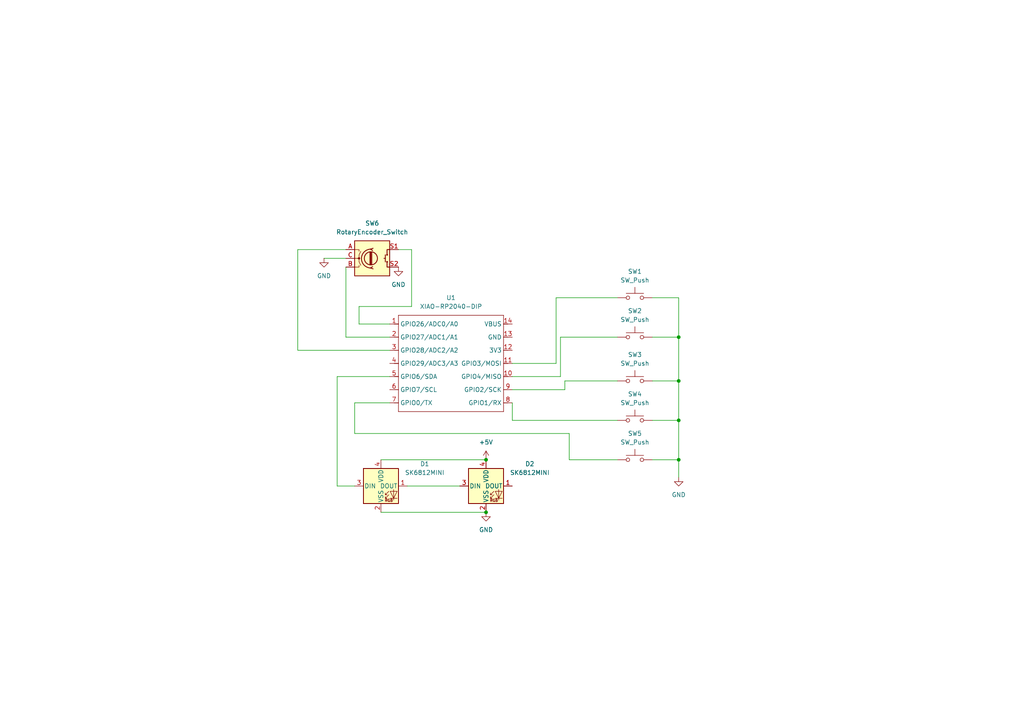
<source format=kicad_sch>
(kicad_sch (version 20250114) (generator "eeschema") (generator_version "9.0")
  (paper "A4")
  (lib_symbols
    (symbol "Device:RotaryEncoder_Switch" (pin_names (offset 0.254) (hide yes))
      (property "Reference" "SW" (at 0 6.604 0))
      (property "Value" "RotaryEncoder_Switch" (at 0 -6.604 0))
      (symbol "RotaryEncoder_Switch_0_1"
        (rectangle (start -5.08 5.08) (end 5.08 -5.08) (stroke (width 0.254)) (fill (type background)))
        (polyline (pts (xy -5.08 2.54) (xy -3.81 2.54) (xy -3.81 2.032)))
        (polyline (pts (xy -5.08 0) (xy -3.81 0) (xy -3.81 -1.016) (xy -3.302 -2.032)))
        (polyline (pts (xy -5.08 -2.54) (xy -3.81 -2.54) (xy -3.81 -2.032)))
        (polyline (pts (xy -4.318 0) (xy -3.81 0) (xy -3.81 1.016) (xy -3.302 2.032)))
        (circle (center -3.81 0) (radius 0.254) (fill (type outline)))
        (polyline (pts (xy -0.635 -1.778) (xy -0.635 1.778)) (stroke (width 0.254)))
        (circle (center -0.381 0) (radius 1.905) (stroke (width 0.254)))
        (polyline (pts (xy -0.381 -1.778) (xy -0.381 1.778)) (stroke (width 0.254)))
        (arc (start -0.381 -2.794) (mid -3.0988 -0.0635) (end -0.381 2.667) (stroke (width 0.254)))
        (polyline (pts (xy -0.127 1.778) (xy -0.127 -1.778)) (stroke (width 0.254)))
        (polyline (pts (xy 0.254 2.921) (xy -0.508 2.667) (xy 0.127 2.286)) (stroke (width 0.254)))
        (polyline (pts (xy 0.254 -3.048) (xy -0.508 -2.794) (xy 0.127 -2.413)) (stroke (width 0.254)))
        (polyline (pts (xy 3.81 1.016) (xy 3.81 -1.016)) (stroke (width 0.254)))
        (polyline (pts (xy 3.81 0) (xy 3.429 0)) (stroke (width 0.254)))
        (circle (center 4.318 1.016) (radius 0.127) (stroke (width 0.254)))
        (circle (center 4.318 -1.016) (radius 0.127) (stroke (width 0.254)))
        (polyline (pts (xy 5.08 2.54) (xy 4.318 2.54) (xy 4.318 1.016)) (stroke (width 0.254)))
        (polyline (pts (xy 5.08 -2.54) (xy 4.318 -2.54) (xy 4.318 -1.016)) (stroke (width 0.254)))
      )
      (symbol "RotaryEncoder_Switch_1_1"
        (pin passive line (at -7.62 2.54 0) (length 2.54) (name "A") (number "A"))
        (pin passive line (at -7.62 0 0) (length 2.54) (name "C") (number "C"))
        (pin passive line (at -7.62 -2.54 0) (length 2.54) (name "B") (number "B"))
        (pin passive line (at 7.62 2.54 180) (length 2.54) (name "S1") (number "S1"))
        (pin passive line (at 7.62 -2.54 180) (length 2.54) (name "S2") (number "S2"))
      )
    )
    (symbol "LED:SK6812MINI" (pin_names (offset 0.254))
      (property "Reference" "D" (at 5.08 5.715 0))
      (property "Value" "SK6812MINI" (at 1.27 -5.715 0))
      (symbol "SK6812MINI_0_0"
        (text "RGB" (at 2.286 -4.191 0) (effects (font (size 0.762 0.762))))
      )
      (symbol "SK6812MINI_0_1"
        (polyline (pts (xy 1.27 -2.54) (xy 1.778 -2.54)))
        (polyline (pts (xy 1.27 -3.556) (xy 1.778 -3.556)))
        (polyline (pts (xy 2.286 -1.524) (xy 1.27 -2.54) (xy 1.27 -2.032)))
        (polyline (pts (xy 2.286 -2.54) (xy 1.27 -3.556) (xy 1.27 -3.048)))
        (polyline (pts (xy 3.683 -1.016) (xy 3.683 -3.556) (xy 3.683 -4.064)))
        (polyline (pts (xy 4.699 -1.524) (xy 2.667 -1.524) (xy 3.683 -3.556) (xy 4.699 -1.524)))
        (polyline (pts (xy 4.699 -3.556) (xy 2.667 -3.556)))
        (rectangle (start 5.08 5.08) (end -5.08 -5.08) (stroke (width 0.254)) (fill (type background)))
      )
      (symbol "SK6812MINI_1_1"
        (pin input line (at -7.62 0 0) (length 2.54) (name "DIN") (number "3"))
        (pin power_in line (at 0 7.62 270) (length 2.54) (name "VDD") (number "4"))
        (pin power_in line (at 0 -7.62 90) (length 2.54) (name "VSS") (number "2"))
        (pin output line (at 7.62 0 180) (length 2.54) (name "DOUT") (number "1"))
      )
    )
    (symbol "Seeed_Studio_XIAO_Series:XIAO-RP2040-DIP"
      (property "Reference" "U" (at 0 0 0))
      (property "Value" "XIAO-RP2040-DIP" (at 5.334 -1.778 0))
      (symbol "XIAO-RP2040-DIP_1_0"
        (polyline (pts (xy -1.27 -2.54) (xy 29.21 -2.54)) (stroke (width 0.1524)))
        (polyline (pts (xy -1.27 -5.08) (xy -2.54 -5.08)) (stroke (width 0.1524)))
        (polyline (pts (xy -1.27 -5.08) (xy -1.27 -2.54)) (stroke (width 0.1524)))
        (polyline (pts (xy -1.27 -8.89) (xy -2.54 -8.89)) (stroke (width 0.1524)))
        (polyline (pts (xy -1.27 -8.89) (xy -1.27 -5.08)) (stroke (width 0.1524)))
        (polyline (pts (xy -1.27 -12.7) (xy -2.54 -12.7)) (stroke (width 0.1524)))
        (polyline (pts (xy -1.27 -12.7) (xy -1.27 -8.89)) (stroke (width 0.1524)))
        (polyline (pts (xy -1.27 -16.51) (xy -2.54 -16.51)) (stroke (width 0.1524)))
        (polyline (pts (xy -1.27 -16.51) (xy -1.27 -12.7)) (stroke (width 0.1524)))
        (polyline (pts (xy -1.27 -20.32) (xy -2.54 -20.32)) (stroke (width 0.1524)))
        (polyline (pts (xy -1.27 -24.13) (xy -2.54 -24.13)) (stroke (width 0.1524)))
        (polyline (pts (xy -1.27 -27.94) (xy -2.54 -27.94)) (stroke (width 0.1524)))
        (polyline (pts (xy -1.27 -30.48) (xy -1.27 -16.51)) (stroke (width 0.1524)))
        (polyline (pts (xy 29.21 -2.54) (xy 29.21 -5.08)) (stroke (width 0.1524)))
        (polyline (pts (xy 29.21 -5.08) (xy 29.21 -8.89)) (stroke (width 0.1524)))
        (polyline (pts (xy 29.21 -8.89) (xy 29.21 -12.7)) (stroke (width 0.1524)))
        (polyline (pts (xy 29.21 -12.7) (xy 29.21 -30.48)) (stroke (width 0.1524)))
        (polyline (pts (xy 29.21 -30.48) (xy -1.27 -30.48)) (stroke (width 0.1524)))
        (polyline (pts (xy 30.48 -5.08) (xy 29.21 -5.08)) (stroke (width 0.1524)))
        (polyline (pts (xy 30.48 -8.89) (xy 29.21 -8.89)) (stroke (width 0.1524)))
        (polyline (pts (xy 30.48 -12.7) (xy 29.21 -12.7)) (stroke (width 0.1524)))
        (polyline (pts (xy 30.48 -16.51) (xy 29.21 -16.51)) (stroke (width 0.1524)))
        (polyline (pts (xy 30.48 -20.32) (xy 29.21 -20.32)) (stroke (width 0.1524)))
        (polyline (pts (xy 30.48 -24.13) (xy 29.21 -24.13)) (stroke (width 0.1524)))
        (polyline (pts (xy 30.48 -27.94) (xy 29.21 -27.94)) (stroke (width 0.1524)))
        (pin passive line (at -3.81 -5.08 0) (length 2.54) (name "GPIO26/ADC0/A0") (number "1"))
        (pin passive line (at -3.81 -8.89 0) (length 2.54) (name "GPIO27/ADC1/A1") (number "2"))
        (pin passive line (at -3.81 -12.7 0) (length 2.54) (name "GPIO28/ADC2/A2") (number "3"))
        (pin passive line (at -3.81 -16.51 0) (length 2.54) (name "GPIO29/ADC3/A3") (number "4"))
        (pin passive line (at -3.81 -20.32 0) (length 2.54) (name "GPIO6/SDA") (number "5"))
        (pin passive line (at -3.81 -24.13 0) (length 2.54) (name "GPIO7/SCL") (number "6"))
        (pin passive line (at -3.81 -27.94 0) (length 2.54) (name "GPIO0/TX") (number "7"))
        (pin passive line (at 31.75 -5.08 180) (length 2.54) (name "VBUS") (number "14"))
        (pin passive line (at 31.75 -8.89 180) (length 2.54) (name "GND") (number "13"))
        (pin passive line (at 31.75 -12.7 180) (length 2.54) (name "3V3") (number "12"))
        (pin passive line (at 31.75 -16.51 180) (length 2.54) (name "GPIO3/MOSI") (number "11"))
        (pin passive line (at 31.75 -20.32 180) (length 2.54) (name "GPIO4/MISO") (number "10"))
        (pin passive line (at 31.75 -24.13 180) (length 2.54) (name "GPIO2/SCK") (number "9"))
        (pin passive line (at 31.75 -27.94 180) (length 2.54) (name "GPIO1/RX") (number "8"))
      )
    )
    (symbol "Switch:SW_Push" (pin_numbers (hide yes)) (pin_names (offset 1.016) (hide yes))
      (property "Reference" "SW" (at 1.27 2.54 0))
      (property "Value" "SW_Push" (at 0 -1.524 0))
      (symbol "SW_Push_0_1"
        (circle (center -2.032 0) (radius 0.508))
        (polyline (pts (xy 0 1.27) (xy 0 3.048)))
        (circle (center 2.032 0) (radius 0.508))
        (polyline (pts (xy 2.54 1.27) (xy -2.54 1.27)))
        (pin passive line (at -5.08 0 0) (length 2.54) (name "1") (number "1"))
        (pin passive line (at 5.08 0 180) (length 2.54) (name "2") (number "2"))
      )
    )
    (symbol "power:+5V" (power) (pin_numbers (hide yes)) (pin_names (offset 0) (hide yes))
      (property "Value" "+5V" (at 0 3.556 0))
      (symbol "+5V_0_1"
        (polyline (pts (xy -0.762 1.27) (xy 0 2.54)))
        (polyline (pts (xy 0 2.54) (xy 0.762 1.27)))
        (polyline (pts (xy 0 0) (xy 0 2.54)))
      )
      (symbol "+5V_1_1"
        (pin power_in line (at 0 0 90) (length 0) (name "~") (number "1"))
      )
    )
    (symbol "power:GND" (power) (pin_numbers (hide yes)) (pin_names (offset 0) (hide yes))
      (property "Value" "GND" (at 0 -3.81 0))
      (symbol "GND_0_1"
        (polyline (pts (xy 0 0) (xy 0 -1.27) (xy 1.27 -1.27) (xy 0 -2.54) (xy -1.27 -1.27) (xy 0 -1.27)))
      )
      (symbol "GND_1_1"
        (pin power_in line (at 0 0 270) (length 0) (name "~") (number "1"))
      )
    )
  )
  (junction (at 140.97 133.35))
  (junction (at 196.85 121.92))
  (junction (at 196.85 133.35))
  (junction (at 140.97 148.59))
  (junction (at 196.85 97.79))
  (junction (at 196.85 110.49))
  (wire (pts (xy 102.87 125.73) (xy 102.87 116.84)))
  (wire (pts (xy 102.87 116.84) (xy 113.03 116.84)))
  (wire (pts (xy 148.59 105.41) (xy 161.29 105.41)))
  (wire (pts (xy 196.85 86.36) (xy 196.85 97.79)))
  (wire (pts (xy 102.87 140.97) (xy 97.79 140.97)))
  (wire (pts (xy 189.23 121.92) (xy 196.85 121.92)))
  (wire (pts (xy 189.23 110.49) (xy 196.85 110.49)))
  (wire (pts (xy 115.57 72.39) (xy 119.38 72.39)))
  (wire (pts (xy 148.59 121.92) (xy 148.59 116.84)))
  (wire (pts (xy 161.29 86.36) (xy 161.29 105.41)))
  (wire (pts (xy 110.49 148.59) (xy 140.97 148.59)))
  (wire (pts (xy 86.36 72.39) (xy 86.36 101.6)))
  (wire (pts (xy 196.85 110.49) (xy 196.85 121.92)))
  (wire (pts (xy 179.07 110.49) (xy 163.83 110.49)))
  (wire (pts (xy 86.36 101.6) (xy 113.03 101.6)))
  (wire (pts (xy 119.38 72.39) (xy 119.38 88.9)))
  (wire (pts (xy 196.85 121.92) (xy 196.85 133.35)))
  (wire (pts (xy 189.23 97.79) (xy 196.85 97.79)))
  (wire (pts (xy 189.23 133.35) (xy 196.85 133.35)))
  (wire (pts (xy 179.07 97.79) (xy 162.56 97.79)))
  (wire (pts (xy 179.07 86.36) (xy 161.29 86.36)))
  (wire (pts (xy 165.1 125.73) (xy 102.87 125.73)))
  (wire (pts (xy 110.49 133.35) (xy 140.97 133.35)))
  (wire (pts (xy 163.83 113.03) (xy 148.59 113.03)))
  (wire (pts (xy 165.1 133.35) (xy 165.1 125.73)))
  (wire (pts (xy 104.14 88.9) (xy 104.14 93.98)))
  (wire (pts (xy 196.85 97.79) (xy 196.85 110.49)))
  (wire (pts (xy 189.23 86.36) (xy 196.85 86.36)))
  (wire (pts (xy 179.07 121.92) (xy 148.59 121.92)))
  (wire (pts (xy 100.33 72.39) (xy 86.36 72.39)))
  (wire (pts (xy 119.38 88.9) (xy 104.14 88.9)))
  (wire (pts (xy 100.33 77.47) (xy 100.33 97.79)))
  (wire (pts (xy 162.56 97.79) (xy 162.56 109.22)))
  (wire (pts (xy 196.85 133.35) (xy 196.85 138.43)))
  (wire (pts (xy 179.07 133.35) (xy 165.1 133.35)))
  (wire (pts (xy 97.79 140.97) (xy 97.79 109.22)))
  (wire (pts (xy 104.14 93.98) (xy 113.03 93.98)))
  (wire (pts (xy 162.56 109.22) (xy 148.59 109.22)))
  (wire (pts (xy 163.83 110.49) (xy 163.83 113.03)))
  (wire (pts (xy 100.33 97.79) (xy 113.03 97.79)))
  (wire (pts (xy 93.98 74.93) (xy 100.33 74.93)))
  (wire (pts (xy 118.11 140.97) (xy 133.35 140.97)))
  (wire (pts (xy 97.79 109.22) (xy 113.03 109.22)))
  (symbol (lib_id "Device:RotaryEncoder_Switch") (at 107.95 74.93 0) (unit 1)
    (property "Reference" "SW6" (at 107.95 64.77 0))
    (property "Value" "RotaryEncoder_Switch" (at 107.95 67.31 0))
    (property "Footprint" "Rotary_Encoder:RotaryEncoder_Alps_EC11E-Switch_Vertical_H20mm" (effects (hide yes)))
    (property "Description" "Rotary encoder, dual channel, incremental quadrate outputs, with switch" (effects (hide yes)))
  )
  (symbol (lib_id "Switch:SW_Push") (at 184.15 133.35 0) (unit 1)
    (property "Reference" "SW5" (at 184.15 125.73 0))
    (property "Value" "SW_Push" (at 184.15 128.27 0))
    (property "Footprint" "Button_Switch_Keyboard:SW_Cherry_MX_1.00u_PCB" (effects (hide yes)))
    (property "Description" "Push button switch, generic, two pins" (effects (hide yes)))
  )
  (symbol (lib_id "power:GND") (at 93.98 74.93 0) (unit 1)
    (property "Reference" "#PWR02" (effects (hide yes)))
    (property "Value" "GND" (at 93.98 80.01 0))
    (property "Description" "Power symbol creates a global label with name \"GND\" , ground" (effects (hide yes)))
  )
  (symbol (lib_id "Switch:SW_Push") (at 184.15 86.36 0) (unit 1)
    (property "Reference" "SW1" (at 184.15 78.74 0))
    (property "Value" "SW_Push" (at 184.15 81.28 0))
    (property "Footprint" "Button_Switch_Keyboard:SW_Cherry_MX_1.00u_PCB" (effects (hide yes)))
    (property "Description" "Push button switch, generic, two pins" (effects (hide yes)))
  )
  (symbol (lib_id "power:GND") (at 140.97 148.59 0) (unit 1)
    (property "Reference" "#PWR04" (effects (hide yes)))
    (property "Value" "GND" (at 140.97 153.67 0))
    (property "Description" "Power symbol creates a global label with name \"GND\" , ground" (effects (hide yes)))
  )
  (symbol (lib_id "Seeed_Studio_XIAO_Series:XIAO-RP2040-DIP") (at 116.84 88.9 0) (unit 1)
    (property "Reference" "U1" (at 130.81 86.36 0))
    (property "Value" "XIAO-RP2040-DIP" (at 130.81 88.9 0))
    (property "Footprint" "Seeed Studio XIAO Series Library:XIAO-RP2040-DIP" (effects (hide yes)))
  )
  (symbol (lib_id "Switch:SW_Push") (at 184.15 110.49 0) (unit 1)
    (property "Reference" "SW3" (at 184.15 102.87 0))
    (property "Value" "SW_Push" (at 184.15 105.41 0))
    (property "Footprint" "Button_Switch_Keyboard:SW_Cherry_MX_1.00u_PCB" (effects (hide yes)))
    (property "Description" "Push button switch, generic, two pins" (effects (hide yes)))
  )
  (symbol (lib_id "Switch:SW_Push") (at 184.15 121.92 0) (unit 1)
    (property "Reference" "SW4" (at 184.15 114.3 0))
    (property "Value" "SW_Push" (at 184.15 116.84 0))
    (property "Footprint" "Button_Switch_Keyboard:SW_Cherry_MX_1.00u_PCB" (effects (hide yes)))
    (property "Description" "Push button switch, generic, two pins" (effects (hide yes)))
  )
  (symbol (lib_id "LED:SK6812MINI") (at 110.49 140.97 0) (unit 1)
    (property "Reference" "D1" (at 123.19 134.5498 0))
    (property "Value" "SK6812MINI" (at 123.19 137.0898 0))
    (property "Footprint" "LED_SMD:LED_SK6812MINI_PLCC4_3.5x3.5mm_P1.75mm" (effects (hide yes)))
    (property "Datasheet" "https://cdn-shop.adafruit.com/product-files/2686/SK6812MINI_REV.01-1-2.pdf" (effects (hide yes)))
    (property "Description" "RGB LED with integrated controller" (effects (hide yes)))
  )
  (symbol (lib_id "Switch:SW_Push") (at 184.15 97.79 0) (unit 1)
    (property "Reference" "SW2" (at 184.15 90.17 0))
    (property "Value" "SW_Push" (at 184.15 92.71 0))
    (property "Footprint" "Button_Switch_Keyboard:SW_Cherry_MX_1.00u_PCB" (effects (hide yes)))
    (property "Description" "Push button switch, generic, two pins" (effects (hide yes)))
  )
  (symbol (lib_id "LED:SK6812MINI") (at 140.97 140.97 0) (unit 1)
    (property "Reference" "D2" (at 153.67 134.5498 0))
    (property "Value" "SK6812MINI" (at 153.67 137.0898 0))
    (property "Footprint" "LED_SMD:LED_SK6812MINI_PLCC4_3.5x3.5mm_P1.75mm" (effects (hide yes)))
    (property "Datasheet" "https://cdn-shop.adafruit.com/product-files/2686/SK6812MINI_REV.01-1-2.pdf" (effects (hide yes)))
    (property "Description" "RGB LED with integrated controller" (effects (hide yes)))
  )
  (symbol (lib_id "power:GND") (at 115.57 77.47 0) (unit 1)
    (property "Reference" "#PWR01" (effects (hide yes)))
    (property "Value" "GND" (at 115.57 82.55 0))
    (property "Description" "Power symbol creates a global label with name \"GND\" , ground" (effects (hide yes)))
  )
  (symbol (lib_id "power:GND") (at 196.85 138.43 0) (unit 1)
    (property "Reference" "#PWR03" (effects (hide yes)))
    (property "Value" "GND" (at 196.85 143.51 0))
    (property "Description" "Power symbol creates a global label with name \"GND\" , ground" (effects (hide yes)))
  )
  (symbol (lib_id "power:+5V") (at 140.97 133.35 0) (unit 1)
    (property "Reference" "#PWR05" (effects (hide yes)))
    (property "Value" "+5V" (at 140.97 128.27 0))
    (property "Description" "Power symbol creates a global label with name \"+5V\"" (effects (hide yes)))
  )
)
</source>
